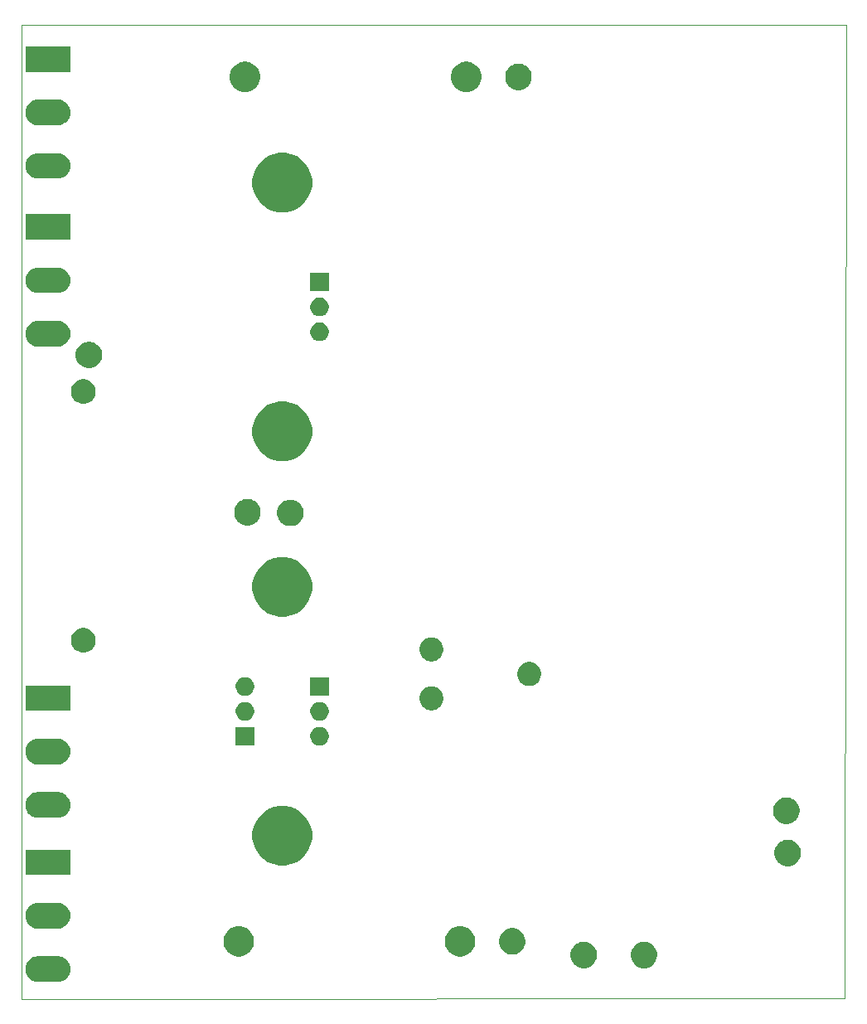
<source format=gbs>
%TF.GenerationSoftware,KiCad,Pcbnew,5.1.5-52549c5~84~ubuntu18.04.1*%
%TF.CreationDate,2020-03-16T18:49:37+13:00*%
%TF.ProjectId,Trimodal SMD,5472696d-6f64-4616-9c20-534d442e6b69,rev?*%
%TF.SameCoordinates,Original*%
%TF.FileFunction,Soldermask,Bot*%
%TF.FilePolarity,Negative*%
%FSLAX46Y46*%
G04 Gerber Fmt 4.6, Leading zero omitted, Abs format (unit mm)*
G04 Created by KiCad (PCBNEW 5.1.5-52549c5~84~ubuntu18.04.1) date 2020-03-16 18:49:37*
%MOMM*%
%LPD*%
G04 APERTURE LIST*
%ADD10C,0.100000*%
%ADD11C,0.150000*%
G04 APERTURE END LIST*
D10*
X146494500Y-32131000D02*
X146367500Y-131572000D01*
X62230000Y-32194500D02*
X146494500Y-32131000D01*
X62293500Y-131635500D02*
X62230000Y-32194500D01*
X146367500Y-131572000D02*
X62293500Y-131635500D01*
D11*
G36*
X66119972Y-127273912D02*
G01*
X66215540Y-127283325D01*
X66460780Y-127357718D01*
X66686794Y-127478525D01*
X66738399Y-127520876D01*
X66884897Y-127641103D01*
X66988165Y-127766937D01*
X67047475Y-127839206D01*
X67168282Y-128065220D01*
X67242675Y-128310460D01*
X67267794Y-128565500D01*
X67242675Y-128820540D01*
X67168282Y-129065780D01*
X67047475Y-129291794D01*
X67005124Y-129343399D01*
X66884897Y-129489897D01*
X66738399Y-129610124D01*
X66686794Y-129652475D01*
X66460780Y-129773282D01*
X66215540Y-129847675D01*
X66119973Y-129857087D01*
X66024406Y-129866500D01*
X63896594Y-129866500D01*
X63801027Y-129857087D01*
X63705460Y-129847675D01*
X63460220Y-129773282D01*
X63234206Y-129652475D01*
X63182601Y-129610124D01*
X63036103Y-129489897D01*
X62915876Y-129343399D01*
X62873525Y-129291794D01*
X62752718Y-129065780D01*
X62678325Y-128820540D01*
X62653206Y-128565500D01*
X62678325Y-128310460D01*
X62752718Y-128065220D01*
X62873525Y-127839206D01*
X62932835Y-127766937D01*
X63036103Y-127641103D01*
X63182601Y-127520876D01*
X63234206Y-127478525D01*
X63460220Y-127357718D01*
X63705460Y-127283325D01*
X63801028Y-127273912D01*
X63896594Y-127264500D01*
X66024406Y-127264500D01*
X66119972Y-127273912D01*
G37*
G36*
X126251072Y-125827918D02*
G01*
X126383476Y-125882761D01*
X126496939Y-125929759D01*
X126608328Y-126004187D01*
X126718211Y-126077609D01*
X126906391Y-126265789D01*
X127054242Y-126487063D01*
X127156082Y-126732928D01*
X127194734Y-126927242D01*
X127208000Y-126993938D01*
X127208000Y-127260062D01*
X127156082Y-127521072D01*
X127054241Y-127766939D01*
X126906390Y-127988212D01*
X126718212Y-128176390D01*
X126496939Y-128324241D01*
X126496938Y-128324242D01*
X126496937Y-128324242D01*
X126251072Y-128426082D01*
X125990063Y-128478000D01*
X125723937Y-128478000D01*
X125462928Y-128426082D01*
X125217063Y-128324242D01*
X125217062Y-128324242D01*
X125217061Y-128324241D01*
X124995788Y-128176390D01*
X124807610Y-127988212D01*
X124659759Y-127766939D01*
X124557918Y-127521072D01*
X124506000Y-127260062D01*
X124506000Y-126993938D01*
X124519267Y-126927242D01*
X124557918Y-126732928D01*
X124659758Y-126487063D01*
X124807609Y-126265789D01*
X124995789Y-126077609D01*
X125105672Y-126004187D01*
X125217061Y-125929759D01*
X125330525Y-125882761D01*
X125462928Y-125827918D01*
X125723937Y-125776000D01*
X125990063Y-125776000D01*
X126251072Y-125827918D01*
G37*
G36*
X120091572Y-125827918D02*
G01*
X120223976Y-125882761D01*
X120337439Y-125929759D01*
X120448828Y-126004187D01*
X120558711Y-126077609D01*
X120746891Y-126265789D01*
X120894742Y-126487063D01*
X120996582Y-126732928D01*
X121035234Y-126927242D01*
X121048500Y-126993938D01*
X121048500Y-127260062D01*
X120996582Y-127521072D01*
X120894741Y-127766939D01*
X120746890Y-127988212D01*
X120558712Y-128176390D01*
X120337439Y-128324241D01*
X120337438Y-128324242D01*
X120337437Y-128324242D01*
X120091572Y-128426082D01*
X119830563Y-128478000D01*
X119564437Y-128478000D01*
X119303428Y-128426082D01*
X119057563Y-128324242D01*
X119057562Y-128324242D01*
X119057561Y-128324241D01*
X118836288Y-128176390D01*
X118648110Y-127988212D01*
X118500259Y-127766939D01*
X118398418Y-127521072D01*
X118346500Y-127260062D01*
X118346500Y-126993938D01*
X118359767Y-126927242D01*
X118398418Y-126732928D01*
X118500258Y-126487063D01*
X118648109Y-126265789D01*
X118836289Y-126077609D01*
X118946172Y-126004187D01*
X119057561Y-125929759D01*
X119171025Y-125882761D01*
X119303428Y-125827918D01*
X119564437Y-125776000D01*
X119830563Y-125776000D01*
X120091572Y-125827918D01*
G37*
G36*
X107325777Y-124202475D02*
G01*
X107507410Y-124238604D01*
X107789674Y-124355521D01*
X108043705Y-124525259D01*
X108259741Y-124741295D01*
X108429479Y-124995326D01*
X108546396Y-125277590D01*
X108606000Y-125577240D01*
X108606000Y-125882760D01*
X108546396Y-126182410D01*
X108429479Y-126464674D01*
X108259741Y-126718705D01*
X108043705Y-126934741D01*
X107789674Y-127104479D01*
X107507410Y-127221396D01*
X107357585Y-127251198D01*
X107207761Y-127281000D01*
X106902239Y-127281000D01*
X106752415Y-127251198D01*
X106602590Y-127221396D01*
X106320326Y-127104479D01*
X106066295Y-126934741D01*
X105850259Y-126718705D01*
X105680521Y-126464674D01*
X105563604Y-126182410D01*
X105504000Y-125882760D01*
X105504000Y-125577240D01*
X105563604Y-125277590D01*
X105680521Y-124995326D01*
X105850259Y-124741295D01*
X106066295Y-124525259D01*
X106320326Y-124355521D01*
X106602590Y-124238604D01*
X106784223Y-124202475D01*
X106902239Y-124179000D01*
X107207761Y-124179000D01*
X107325777Y-124202475D01*
G37*
G36*
X84725777Y-124202475D02*
G01*
X84907410Y-124238604D01*
X85189674Y-124355521D01*
X85443705Y-124525259D01*
X85659741Y-124741295D01*
X85829479Y-124995326D01*
X85946396Y-125277590D01*
X86006000Y-125577240D01*
X86006000Y-125882760D01*
X85946396Y-126182410D01*
X85829479Y-126464674D01*
X85659741Y-126718705D01*
X85443705Y-126934741D01*
X85189674Y-127104479D01*
X84907410Y-127221396D01*
X84757585Y-127251198D01*
X84607761Y-127281000D01*
X84302239Y-127281000D01*
X84152415Y-127251198D01*
X84002590Y-127221396D01*
X83720326Y-127104479D01*
X83466295Y-126934741D01*
X83250259Y-126718705D01*
X83080521Y-126464674D01*
X82963604Y-126182410D01*
X82904000Y-125882760D01*
X82904000Y-125577240D01*
X82963604Y-125277590D01*
X83080521Y-124995326D01*
X83250259Y-124741295D01*
X83466295Y-124525259D01*
X83720326Y-124355521D01*
X84002590Y-124238604D01*
X84184223Y-124202475D01*
X84302239Y-124179000D01*
X84607761Y-124179000D01*
X84725777Y-124202475D01*
G37*
G36*
X112789072Y-124430918D02*
G01*
X113016833Y-124525259D01*
X113034939Y-124532759D01*
X113146328Y-124607187D01*
X113256211Y-124680609D01*
X113444391Y-124868789D01*
X113592242Y-125090063D01*
X113694082Y-125335928D01*
X113746000Y-125596937D01*
X113746000Y-125863063D01*
X113732733Y-125929759D01*
X113694082Y-126124072D01*
X113592241Y-126369939D01*
X113444390Y-126591212D01*
X113256212Y-126779390D01*
X113034939Y-126927241D01*
X113034938Y-126927242D01*
X113034937Y-126927242D01*
X112789072Y-127029082D01*
X112528063Y-127081000D01*
X112261937Y-127081000D01*
X112000928Y-127029082D01*
X111755063Y-126927242D01*
X111755062Y-126927242D01*
X111755061Y-126927241D01*
X111533788Y-126779390D01*
X111345610Y-126591212D01*
X111197759Y-126369939D01*
X111095918Y-126124072D01*
X111057267Y-125929759D01*
X111044000Y-125863063D01*
X111044000Y-125596937D01*
X111095918Y-125335928D01*
X111197758Y-125090063D01*
X111345609Y-124868789D01*
X111533789Y-124680609D01*
X111643672Y-124607187D01*
X111755061Y-124532759D01*
X111773168Y-124525259D01*
X112000928Y-124430918D01*
X112261937Y-124379000D01*
X112528063Y-124379000D01*
X112789072Y-124430918D01*
G37*
G36*
X66119973Y-121823913D02*
G01*
X66215540Y-121833325D01*
X66460780Y-121907718D01*
X66686794Y-122028525D01*
X66738399Y-122070876D01*
X66884897Y-122191103D01*
X67005124Y-122337601D01*
X67047475Y-122389206D01*
X67168282Y-122615220D01*
X67242675Y-122860460D01*
X67267794Y-123115500D01*
X67242675Y-123370540D01*
X67168282Y-123615780D01*
X67047475Y-123841794D01*
X67005124Y-123893399D01*
X66884897Y-124039897D01*
X66738399Y-124160124D01*
X66686794Y-124202475D01*
X66460780Y-124323282D01*
X66215540Y-124397675D01*
X66119973Y-124407087D01*
X66024406Y-124416500D01*
X63896594Y-124416500D01*
X63801027Y-124407087D01*
X63705460Y-124397675D01*
X63460220Y-124323282D01*
X63234206Y-124202475D01*
X63182601Y-124160124D01*
X63036103Y-124039897D01*
X62915876Y-123893399D01*
X62873525Y-123841794D01*
X62752718Y-123615780D01*
X62678325Y-123370540D01*
X62653206Y-123115500D01*
X62678325Y-122860460D01*
X62752718Y-122615220D01*
X62873525Y-122389206D01*
X62915876Y-122337601D01*
X63036103Y-122191103D01*
X63182601Y-122070876D01*
X63234206Y-122028525D01*
X63460220Y-121907718D01*
X63705460Y-121833325D01*
X63801027Y-121823913D01*
X63896594Y-121814500D01*
X66024406Y-121814500D01*
X66119973Y-121823913D01*
G37*
G36*
X67261500Y-118966500D02*
G01*
X62659500Y-118966500D01*
X62659500Y-116364500D01*
X67261500Y-116364500D01*
X67261500Y-118966500D01*
G37*
G36*
X140919572Y-115413918D02*
G01*
X141165439Y-115515759D01*
X141276828Y-115590187D01*
X141386711Y-115663609D01*
X141574891Y-115851789D01*
X141722742Y-116073063D01*
X141824582Y-116318928D01*
X141876500Y-116579937D01*
X141876500Y-116846063D01*
X141824582Y-117107072D01*
X141742654Y-117304866D01*
X141722741Y-117352939D01*
X141574890Y-117574212D01*
X141386712Y-117762390D01*
X141165439Y-117910241D01*
X141165438Y-117910242D01*
X141165437Y-117910242D01*
X140919572Y-118012082D01*
X140658563Y-118064000D01*
X140392437Y-118064000D01*
X140131428Y-118012082D01*
X139885563Y-117910242D01*
X139885562Y-117910242D01*
X139885561Y-117910241D01*
X139664288Y-117762390D01*
X139476110Y-117574212D01*
X139328259Y-117352939D01*
X139308347Y-117304866D01*
X139226418Y-117107072D01*
X139174500Y-116846063D01*
X139174500Y-116579937D01*
X139226418Y-116318928D01*
X139328258Y-116073063D01*
X139476109Y-115851789D01*
X139664289Y-115663609D01*
X139774172Y-115590187D01*
X139885561Y-115515759D01*
X140131428Y-115413918D01*
X140392437Y-115362000D01*
X140658563Y-115362000D01*
X140919572Y-115413918D01*
G37*
G36*
X89789943Y-112001248D02*
G01*
X90345189Y-112231238D01*
X90450762Y-112301780D01*
X90844899Y-112565134D01*
X91269866Y-112990101D01*
X91437948Y-113241653D01*
X91603762Y-113489811D01*
X91833752Y-114045057D01*
X91951000Y-114634501D01*
X91951000Y-115235499D01*
X91833752Y-115824943D01*
X91603762Y-116380189D01*
X91603761Y-116380190D01*
X91269866Y-116879899D01*
X90844899Y-117304866D01*
X90593347Y-117472948D01*
X90345189Y-117638762D01*
X89789943Y-117868752D01*
X89200499Y-117986000D01*
X88599501Y-117986000D01*
X88010057Y-117868752D01*
X87454811Y-117638762D01*
X87206653Y-117472948D01*
X86955101Y-117304866D01*
X86530134Y-116879899D01*
X86196239Y-116380190D01*
X86196238Y-116380189D01*
X85966248Y-115824943D01*
X85849000Y-115235499D01*
X85849000Y-114634501D01*
X85966248Y-114045057D01*
X86196238Y-113489811D01*
X86362052Y-113241653D01*
X86530134Y-112990101D01*
X86955101Y-112565134D01*
X87349238Y-112301780D01*
X87454811Y-112231238D01*
X88010057Y-112001248D01*
X88599501Y-111884000D01*
X89200499Y-111884000D01*
X89789943Y-112001248D01*
G37*
G36*
X140688446Y-111075206D02*
G01*
X140792572Y-111095918D01*
X141038439Y-111197759D01*
X141149828Y-111272187D01*
X141259711Y-111345609D01*
X141447891Y-111533789D01*
X141595742Y-111755063D01*
X141697582Y-112000928D01*
X141749500Y-112261937D01*
X141749500Y-112528063D01*
X141697582Y-112789072D01*
X141606369Y-113009282D01*
X141595741Y-113034939D01*
X141447890Y-113256212D01*
X141259712Y-113444390D01*
X141038439Y-113592241D01*
X141038438Y-113592242D01*
X141038437Y-113592242D01*
X140792572Y-113694082D01*
X140531563Y-113746000D01*
X140265437Y-113746000D01*
X140004428Y-113694082D01*
X139758563Y-113592242D01*
X139758562Y-113592242D01*
X139758561Y-113592241D01*
X139537288Y-113444390D01*
X139349110Y-113256212D01*
X139201259Y-113034939D01*
X139190632Y-113009282D01*
X139099418Y-112789072D01*
X139047500Y-112528063D01*
X139047500Y-112261937D01*
X139099418Y-112000928D01*
X139201258Y-111755063D01*
X139349109Y-111533789D01*
X139537289Y-111345609D01*
X139647172Y-111272187D01*
X139758561Y-111197759D01*
X140004428Y-111095918D01*
X140108554Y-111075206D01*
X140265437Y-111044000D01*
X140531563Y-111044000D01*
X140688446Y-111075206D01*
G37*
G36*
X66119973Y-110509913D02*
G01*
X66215540Y-110519325D01*
X66460780Y-110593718D01*
X66686794Y-110714525D01*
X66738399Y-110756876D01*
X66884897Y-110877103D01*
X67005124Y-111023601D01*
X67047475Y-111075206D01*
X67168282Y-111301220D01*
X67242675Y-111546460D01*
X67267794Y-111801500D01*
X67242675Y-112056540D01*
X67168282Y-112301780D01*
X67047475Y-112527794D01*
X67016831Y-112565134D01*
X66884897Y-112725897D01*
X66738399Y-112846124D01*
X66686794Y-112888475D01*
X66460780Y-113009282D01*
X66215540Y-113083675D01*
X66119973Y-113093087D01*
X66024406Y-113102500D01*
X63896594Y-113102500D01*
X63801027Y-113093087D01*
X63705460Y-113083675D01*
X63460220Y-113009282D01*
X63234206Y-112888475D01*
X63182601Y-112846124D01*
X63036103Y-112725897D01*
X62904169Y-112565134D01*
X62873525Y-112527794D01*
X62752718Y-112301780D01*
X62678325Y-112056540D01*
X62653206Y-111801500D01*
X62678325Y-111546460D01*
X62752718Y-111301220D01*
X62873525Y-111075206D01*
X62915876Y-111023601D01*
X63036103Y-110877103D01*
X63182601Y-110756876D01*
X63234206Y-110714525D01*
X63460220Y-110593718D01*
X63705460Y-110519325D01*
X63801027Y-110509913D01*
X63896594Y-110500500D01*
X66024406Y-110500500D01*
X66119973Y-110509913D01*
G37*
G36*
X66043656Y-105052396D02*
G01*
X66215540Y-105069325D01*
X66460780Y-105143718D01*
X66686794Y-105264525D01*
X66738399Y-105306876D01*
X66884897Y-105427103D01*
X66955956Y-105513690D01*
X67047475Y-105625206D01*
X67168282Y-105851220D01*
X67242675Y-106096460D01*
X67267794Y-106351500D01*
X67242675Y-106606540D01*
X67168282Y-106851780D01*
X67047475Y-107077794D01*
X67005124Y-107129399D01*
X66884897Y-107275897D01*
X66738399Y-107396124D01*
X66686794Y-107438475D01*
X66460780Y-107559282D01*
X66215540Y-107633675D01*
X66119973Y-107643087D01*
X66024406Y-107652500D01*
X63896594Y-107652500D01*
X63801027Y-107643087D01*
X63705460Y-107633675D01*
X63460220Y-107559282D01*
X63234206Y-107438475D01*
X63182601Y-107396124D01*
X63036103Y-107275897D01*
X62915876Y-107129399D01*
X62873525Y-107077794D01*
X62752718Y-106851780D01*
X62678325Y-106606540D01*
X62653206Y-106351500D01*
X62678325Y-106096460D01*
X62752718Y-105851220D01*
X62873525Y-105625206D01*
X62965044Y-105513690D01*
X63036103Y-105427103D01*
X63182601Y-105306876D01*
X63234206Y-105264525D01*
X63460220Y-105143718D01*
X63705460Y-105069325D01*
X63877344Y-105052396D01*
X63896594Y-105050500D01*
X66024406Y-105050500D01*
X66043656Y-105052396D01*
G37*
G36*
X92987395Y-103860546D02*
G01*
X93160466Y-103932234D01*
X93160467Y-103932235D01*
X93316227Y-104036310D01*
X93448690Y-104168773D01*
X93448691Y-104168775D01*
X93552766Y-104324534D01*
X93624454Y-104497605D01*
X93661000Y-104681333D01*
X93661000Y-104868667D01*
X93624454Y-105052395D01*
X93552766Y-105225466D01*
X93501081Y-105302818D01*
X93448690Y-105381227D01*
X93316227Y-105513690D01*
X93237818Y-105566081D01*
X93160466Y-105617766D01*
X92987395Y-105689454D01*
X92803667Y-105726000D01*
X92616333Y-105726000D01*
X92432605Y-105689454D01*
X92259534Y-105617766D01*
X92182182Y-105566081D01*
X92103773Y-105513690D01*
X91971310Y-105381227D01*
X91918919Y-105302818D01*
X91867234Y-105225466D01*
X91795546Y-105052395D01*
X91759000Y-104868667D01*
X91759000Y-104681333D01*
X91795546Y-104497605D01*
X91867234Y-104324534D01*
X91971309Y-104168775D01*
X91971310Y-104168773D01*
X92103773Y-104036310D01*
X92259533Y-103932235D01*
X92259534Y-103932234D01*
X92432605Y-103860546D01*
X92616333Y-103824000D01*
X92803667Y-103824000D01*
X92987395Y-103860546D01*
G37*
G36*
X86041000Y-105726000D02*
G01*
X84139000Y-105726000D01*
X84139000Y-103824000D01*
X86041000Y-103824000D01*
X86041000Y-105726000D01*
G37*
G36*
X85367395Y-101320546D02*
G01*
X85540466Y-101392234D01*
X85540467Y-101392235D01*
X85696227Y-101496310D01*
X85828690Y-101628773D01*
X85828691Y-101628775D01*
X85932766Y-101784534D01*
X86004454Y-101957605D01*
X86041000Y-102141333D01*
X86041000Y-102328667D01*
X86004454Y-102512395D01*
X85932766Y-102685466D01*
X85932765Y-102685467D01*
X85828690Y-102841227D01*
X85696227Y-102973690D01*
X85617818Y-103026081D01*
X85540466Y-103077766D01*
X85367395Y-103149454D01*
X85183667Y-103186000D01*
X84996333Y-103186000D01*
X84812605Y-103149454D01*
X84639534Y-103077766D01*
X84562182Y-103026081D01*
X84483773Y-102973690D01*
X84351310Y-102841227D01*
X84247235Y-102685467D01*
X84247234Y-102685466D01*
X84175546Y-102512395D01*
X84139000Y-102328667D01*
X84139000Y-102141333D01*
X84175546Y-101957605D01*
X84247234Y-101784534D01*
X84351309Y-101628775D01*
X84351310Y-101628773D01*
X84483773Y-101496310D01*
X84639533Y-101392235D01*
X84639534Y-101392234D01*
X84812605Y-101320546D01*
X84996333Y-101284000D01*
X85183667Y-101284000D01*
X85367395Y-101320546D01*
G37*
G36*
X92987395Y-101320546D02*
G01*
X93160466Y-101392234D01*
X93160467Y-101392235D01*
X93316227Y-101496310D01*
X93448690Y-101628773D01*
X93448691Y-101628775D01*
X93552766Y-101784534D01*
X93624454Y-101957605D01*
X93661000Y-102141333D01*
X93661000Y-102328667D01*
X93624454Y-102512395D01*
X93552766Y-102685466D01*
X93552765Y-102685467D01*
X93448690Y-102841227D01*
X93316227Y-102973690D01*
X93237818Y-103026081D01*
X93160466Y-103077766D01*
X92987395Y-103149454D01*
X92803667Y-103186000D01*
X92616333Y-103186000D01*
X92432605Y-103149454D01*
X92259534Y-103077766D01*
X92182182Y-103026081D01*
X92103773Y-102973690D01*
X91971310Y-102841227D01*
X91867235Y-102685467D01*
X91867234Y-102685466D01*
X91795546Y-102512395D01*
X91759000Y-102328667D01*
X91759000Y-102141333D01*
X91795546Y-101957605D01*
X91867234Y-101784534D01*
X91971309Y-101628775D01*
X91971310Y-101628773D01*
X92103773Y-101496310D01*
X92259533Y-101392235D01*
X92259534Y-101392234D01*
X92432605Y-101320546D01*
X92616333Y-101284000D01*
X92803667Y-101284000D01*
X92987395Y-101320546D01*
G37*
G36*
X67261500Y-102202500D02*
G01*
X62659500Y-102202500D01*
X62659500Y-99600500D01*
X67261500Y-99600500D01*
X67261500Y-102202500D01*
G37*
G36*
X104378205Y-99727461D02*
G01*
X104496153Y-99750922D01*
X104587272Y-99788665D01*
X104718359Y-99842963D01*
X104918342Y-99976587D01*
X105088413Y-100146658D01*
X105222037Y-100346641D01*
X105258094Y-100433690D01*
X105314078Y-100568847D01*
X105361000Y-100804742D01*
X105361000Y-101045258D01*
X105314078Y-101281153D01*
X105297760Y-101320547D01*
X105222037Y-101503359D01*
X105088413Y-101703342D01*
X104918342Y-101873413D01*
X104718359Y-102007037D01*
X104588194Y-102060953D01*
X104496153Y-102099078D01*
X104378205Y-102122539D01*
X104260259Y-102146000D01*
X104019741Y-102146000D01*
X103901795Y-102122539D01*
X103783847Y-102099078D01*
X103691806Y-102060953D01*
X103561641Y-102007037D01*
X103361658Y-101873413D01*
X103191587Y-101703342D01*
X103057963Y-101503359D01*
X102982240Y-101320547D01*
X102965922Y-101281153D01*
X102919000Y-101045258D01*
X102919000Y-100804742D01*
X102965922Y-100568847D01*
X103021906Y-100433690D01*
X103057963Y-100346641D01*
X103191587Y-100146658D01*
X103361658Y-99976587D01*
X103561641Y-99842963D01*
X103692728Y-99788665D01*
X103783847Y-99750922D01*
X103901795Y-99727461D01*
X104019741Y-99704000D01*
X104260259Y-99704000D01*
X104378205Y-99727461D01*
G37*
G36*
X85367395Y-98780546D02*
G01*
X85540466Y-98852234D01*
X85540467Y-98852235D01*
X85696227Y-98956310D01*
X85828690Y-99088773D01*
X85828691Y-99088775D01*
X85932766Y-99244534D01*
X86004454Y-99417605D01*
X86041000Y-99601333D01*
X86041000Y-99788667D01*
X86004454Y-99972395D01*
X85932766Y-100145466D01*
X85881081Y-100222818D01*
X85828690Y-100301227D01*
X85696227Y-100433690D01*
X85617818Y-100486081D01*
X85540466Y-100537766D01*
X85367395Y-100609454D01*
X85183667Y-100646000D01*
X84996333Y-100646000D01*
X84812605Y-100609454D01*
X84639534Y-100537766D01*
X84562182Y-100486081D01*
X84483773Y-100433690D01*
X84351310Y-100301227D01*
X84298919Y-100222818D01*
X84247234Y-100145466D01*
X84175546Y-99972395D01*
X84139000Y-99788667D01*
X84139000Y-99601333D01*
X84175546Y-99417605D01*
X84247234Y-99244534D01*
X84351309Y-99088775D01*
X84351310Y-99088773D01*
X84483773Y-98956310D01*
X84639533Y-98852235D01*
X84639534Y-98852234D01*
X84812605Y-98780546D01*
X84996333Y-98744000D01*
X85183667Y-98744000D01*
X85367395Y-98780546D01*
G37*
G36*
X93661000Y-100646000D02*
G01*
X91759000Y-100646000D01*
X91759000Y-98744000D01*
X93661000Y-98744000D01*
X93661000Y-100646000D01*
G37*
G36*
X114496153Y-97250922D02*
G01*
X114588194Y-97289047D01*
X114718359Y-97342963D01*
X114918342Y-97476587D01*
X115088413Y-97646658D01*
X115222037Y-97846641D01*
X115275953Y-97976806D01*
X115314078Y-98068847D01*
X115361000Y-98304742D01*
X115361000Y-98545258D01*
X115314199Y-98780547D01*
X115314078Y-98781152D01*
X115222037Y-99003359D01*
X115088413Y-99203342D01*
X114918342Y-99373413D01*
X114718359Y-99507037D01*
X114588194Y-99560953D01*
X114496153Y-99599078D01*
X114260259Y-99646000D01*
X114019741Y-99646000D01*
X113901795Y-99622539D01*
X113783847Y-99599078D01*
X113691806Y-99560953D01*
X113561641Y-99507037D01*
X113361658Y-99373413D01*
X113191587Y-99203342D01*
X113057963Y-99003359D01*
X112965922Y-98781152D01*
X112965802Y-98780547D01*
X112919000Y-98545258D01*
X112919000Y-98304742D01*
X112965922Y-98068847D01*
X113004047Y-97976806D01*
X113057963Y-97846641D01*
X113191587Y-97646658D01*
X113361658Y-97476587D01*
X113561641Y-97342963D01*
X113691806Y-97289047D01*
X113783847Y-97250922D01*
X114019741Y-97204000D01*
X114260259Y-97204000D01*
X114496153Y-97250922D01*
G37*
G36*
X104378205Y-94727461D02*
G01*
X104496153Y-94750922D01*
X104588194Y-94789047D01*
X104718359Y-94842963D01*
X104918342Y-94976587D01*
X105088413Y-95146658D01*
X105222037Y-95346641D01*
X105314078Y-95568848D01*
X105361000Y-95804741D01*
X105361000Y-96045259D01*
X105314078Y-96281152D01*
X105222037Y-96503359D01*
X105088413Y-96703342D01*
X104918342Y-96873413D01*
X104718359Y-97007037D01*
X104588194Y-97060953D01*
X104496153Y-97099078D01*
X104378205Y-97122539D01*
X104260259Y-97146000D01*
X104019741Y-97146000D01*
X103901795Y-97122539D01*
X103783847Y-97099078D01*
X103691806Y-97060953D01*
X103561641Y-97007037D01*
X103361658Y-96873413D01*
X103191587Y-96703342D01*
X103057963Y-96503359D01*
X102965922Y-96281152D01*
X102919000Y-96045259D01*
X102919000Y-95804741D01*
X102965922Y-95568848D01*
X103057963Y-95346641D01*
X103191587Y-95146658D01*
X103361658Y-94976587D01*
X103561641Y-94842963D01*
X103691806Y-94789047D01*
X103783847Y-94750922D01*
X103901795Y-94727461D01*
X104019741Y-94704000D01*
X104260259Y-94704000D01*
X104378205Y-94727461D01*
G37*
G36*
X68944903Y-93793075D02*
G01*
X69172571Y-93887378D01*
X69377466Y-94024285D01*
X69551715Y-94198534D01*
X69688622Y-94403429D01*
X69782925Y-94631097D01*
X69831000Y-94872787D01*
X69831000Y-95119213D01*
X69782925Y-95360903D01*
X69688622Y-95588571D01*
X69551715Y-95793466D01*
X69377466Y-95967715D01*
X69172571Y-96104622D01*
X69172570Y-96104623D01*
X69172569Y-96104623D01*
X68944903Y-96198925D01*
X68703214Y-96247000D01*
X68456786Y-96247000D01*
X68215097Y-96198925D01*
X67987431Y-96104623D01*
X67987430Y-96104623D01*
X67987429Y-96104622D01*
X67782534Y-95967715D01*
X67608285Y-95793466D01*
X67471378Y-95588571D01*
X67377075Y-95360903D01*
X67329000Y-95119213D01*
X67329000Y-94872787D01*
X67377075Y-94631097D01*
X67471378Y-94403429D01*
X67608285Y-94198534D01*
X67782534Y-94024285D01*
X67987429Y-93887378D01*
X68215097Y-93793075D01*
X68456786Y-93745000D01*
X68703214Y-93745000D01*
X68944903Y-93793075D01*
G37*
G36*
X89789943Y-86601248D02*
G01*
X90345189Y-86831238D01*
X90345190Y-86831239D01*
X90844899Y-87165134D01*
X91269866Y-87590101D01*
X91269867Y-87590103D01*
X91603762Y-88089811D01*
X91833752Y-88645057D01*
X91951000Y-89234501D01*
X91951000Y-89835499D01*
X91833752Y-90424943D01*
X91603762Y-90980189D01*
X91603761Y-90980190D01*
X91269866Y-91479899D01*
X90844899Y-91904866D01*
X90593347Y-92072948D01*
X90345189Y-92238762D01*
X89789943Y-92468752D01*
X89200499Y-92586000D01*
X88599501Y-92586000D01*
X88010057Y-92468752D01*
X87454811Y-92238762D01*
X87206653Y-92072948D01*
X86955101Y-91904866D01*
X86530134Y-91479899D01*
X86196239Y-90980190D01*
X86196238Y-90980189D01*
X85966248Y-90424943D01*
X85849000Y-89835499D01*
X85849000Y-89234501D01*
X85966248Y-88645057D01*
X86196238Y-88089811D01*
X86530133Y-87590103D01*
X86530134Y-87590101D01*
X86955101Y-87165134D01*
X87454810Y-86831239D01*
X87454811Y-86831238D01*
X88010057Y-86601248D01*
X88599501Y-86484000D01*
X89200499Y-86484000D01*
X89789943Y-86601248D01*
G37*
G36*
X90119572Y-80679418D02*
G01*
X90212134Y-80717758D01*
X90365439Y-80781259D01*
X90476828Y-80855687D01*
X90586711Y-80929109D01*
X90774891Y-81117289D01*
X90922742Y-81338563D01*
X91024582Y-81584428D01*
X91076500Y-81845437D01*
X91076500Y-82111563D01*
X91024582Y-82372572D01*
X90949044Y-82554939D01*
X90922741Y-82618439D01*
X90774890Y-82839712D01*
X90586712Y-83027890D01*
X90365439Y-83175741D01*
X90365438Y-83175742D01*
X90365437Y-83175742D01*
X90119572Y-83277582D01*
X89858563Y-83329500D01*
X89592437Y-83329500D01*
X89331428Y-83277582D01*
X89085563Y-83175742D01*
X89085562Y-83175742D01*
X89085561Y-83175741D01*
X88864288Y-83027890D01*
X88676110Y-82839712D01*
X88528259Y-82618439D01*
X88501957Y-82554939D01*
X88426418Y-82372572D01*
X88374500Y-82111563D01*
X88374500Y-81845437D01*
X88426418Y-81584428D01*
X88528258Y-81338563D01*
X88676109Y-81117289D01*
X88864289Y-80929109D01*
X88974172Y-80855687D01*
X89085561Y-80781259D01*
X89238867Y-80717758D01*
X89331428Y-80679418D01*
X89592437Y-80627500D01*
X89858563Y-80627500D01*
X90119572Y-80679418D01*
G37*
G36*
X85738072Y-80615918D02*
G01*
X85983939Y-80717759D01*
X86078971Y-80781258D01*
X86205211Y-80865609D01*
X86393391Y-81053789D01*
X86541242Y-81275063D01*
X86567544Y-81338563D01*
X86643082Y-81520928D01*
X86695000Y-81781938D01*
X86695000Y-82048062D01*
X86643082Y-82309072D01*
X86541241Y-82554939D01*
X86393390Y-82776212D01*
X86205212Y-82964390D01*
X85983939Y-83112241D01*
X85983938Y-83112242D01*
X85983937Y-83112242D01*
X85738072Y-83214082D01*
X85477063Y-83266000D01*
X85210937Y-83266000D01*
X84949928Y-83214082D01*
X84704063Y-83112242D01*
X84704062Y-83112242D01*
X84704061Y-83112241D01*
X84482788Y-82964390D01*
X84294610Y-82776212D01*
X84146759Y-82554939D01*
X84044918Y-82309072D01*
X83993000Y-82048062D01*
X83993000Y-81781938D01*
X84044918Y-81520928D01*
X84120456Y-81338563D01*
X84146758Y-81275063D01*
X84294609Y-81053789D01*
X84482789Y-80865609D01*
X84609029Y-80781258D01*
X84704061Y-80717759D01*
X84949928Y-80615918D01*
X85210937Y-80564000D01*
X85477063Y-80564000D01*
X85738072Y-80615918D01*
G37*
G36*
X89789943Y-70726248D02*
G01*
X90345189Y-70956238D01*
X90345190Y-70956239D01*
X90844899Y-71290134D01*
X91269866Y-71715101D01*
X91269867Y-71715103D01*
X91603762Y-72214811D01*
X91833752Y-72770057D01*
X91951000Y-73359501D01*
X91951000Y-73960499D01*
X91833752Y-74549943D01*
X91603762Y-75105189D01*
X91603761Y-75105190D01*
X91269866Y-75604899D01*
X90844899Y-76029866D01*
X90593347Y-76197948D01*
X90345189Y-76363762D01*
X89789943Y-76593752D01*
X89200499Y-76711000D01*
X88599501Y-76711000D01*
X88010057Y-76593752D01*
X87454811Y-76363762D01*
X87206653Y-76197948D01*
X86955101Y-76029866D01*
X86530134Y-75604899D01*
X86196239Y-75105190D01*
X86196238Y-75105189D01*
X85966248Y-74549943D01*
X85849000Y-73960499D01*
X85849000Y-73359501D01*
X85966248Y-72770057D01*
X86196238Y-72214811D01*
X86530133Y-71715103D01*
X86530134Y-71715101D01*
X86955101Y-71290134D01*
X87454810Y-70956239D01*
X87454811Y-70956238D01*
X88010057Y-70726248D01*
X88599501Y-70609000D01*
X89200499Y-70609000D01*
X89789943Y-70726248D01*
G37*
G36*
X68944903Y-68393075D02*
G01*
X69172571Y-68487378D01*
X69377466Y-68624285D01*
X69551715Y-68798534D01*
X69688622Y-69003429D01*
X69782925Y-69231097D01*
X69831000Y-69472787D01*
X69831000Y-69719213D01*
X69782925Y-69960903D01*
X69688622Y-70188571D01*
X69551715Y-70393466D01*
X69377466Y-70567715D01*
X69172571Y-70704622D01*
X69172570Y-70704623D01*
X69172569Y-70704623D01*
X68944903Y-70798925D01*
X68703214Y-70847000D01*
X68456786Y-70847000D01*
X68215097Y-70798925D01*
X67987431Y-70704623D01*
X67987430Y-70704623D01*
X67987429Y-70704622D01*
X67782534Y-70567715D01*
X67608285Y-70393466D01*
X67471378Y-70188571D01*
X67377075Y-69960903D01*
X67329000Y-69719213D01*
X67329000Y-69472787D01*
X67377075Y-69231097D01*
X67471378Y-69003429D01*
X67608285Y-68798534D01*
X67782534Y-68624285D01*
X67987429Y-68487378D01*
X68215097Y-68393075D01*
X68456786Y-68345000D01*
X68703214Y-68345000D01*
X68944903Y-68393075D01*
G37*
G36*
X69545572Y-64550418D02*
G01*
X69701237Y-64614896D01*
X69791439Y-64652259D01*
X69902828Y-64726687D01*
X70012711Y-64800109D01*
X70200891Y-64988289D01*
X70274313Y-65098172D01*
X70348741Y-65209561D01*
X70450582Y-65455428D01*
X70502500Y-65716438D01*
X70502500Y-65982562D01*
X70450582Y-66243572D01*
X70348741Y-66489439D01*
X70200890Y-66710712D01*
X70012712Y-66898890D01*
X69791439Y-67046741D01*
X69791438Y-67046742D01*
X69791437Y-67046742D01*
X69545572Y-67148582D01*
X69284563Y-67200500D01*
X69018437Y-67200500D01*
X68757428Y-67148582D01*
X68511563Y-67046742D01*
X68511562Y-67046742D01*
X68511561Y-67046741D01*
X68290288Y-66898890D01*
X68102110Y-66710712D01*
X67954259Y-66489439D01*
X67852418Y-66243572D01*
X67800500Y-65982562D01*
X67800500Y-65716438D01*
X67852418Y-65455428D01*
X67954259Y-65209561D01*
X68028687Y-65098172D01*
X68102109Y-64988289D01*
X68290289Y-64800109D01*
X68400172Y-64726687D01*
X68511561Y-64652259D01*
X68601764Y-64614896D01*
X68757428Y-64550418D01*
X69018437Y-64498500D01*
X69284563Y-64498500D01*
X69545572Y-64550418D01*
G37*
G36*
X66119973Y-62398913D02*
G01*
X66215540Y-62408325D01*
X66460780Y-62482718D01*
X66686794Y-62603525D01*
X66738399Y-62645876D01*
X66884897Y-62766103D01*
X67005124Y-62912601D01*
X67047475Y-62964206D01*
X67168282Y-63190220D01*
X67242675Y-63435460D01*
X67267794Y-63690500D01*
X67242675Y-63945540D01*
X67168282Y-64190780D01*
X67047475Y-64416794D01*
X67005124Y-64468399D01*
X66884897Y-64614897D01*
X66738399Y-64735124D01*
X66686794Y-64777475D01*
X66460780Y-64898282D01*
X66215540Y-64972675D01*
X66119973Y-64982087D01*
X66024406Y-64991500D01*
X63896594Y-64991500D01*
X63801027Y-64982087D01*
X63705460Y-64972675D01*
X63460220Y-64898282D01*
X63234206Y-64777475D01*
X63182601Y-64735124D01*
X63036103Y-64614897D01*
X62915876Y-64468399D01*
X62873525Y-64416794D01*
X62752718Y-64190780D01*
X62678325Y-63945540D01*
X62653206Y-63690500D01*
X62678325Y-63435460D01*
X62752718Y-63190220D01*
X62873525Y-62964206D01*
X62915876Y-62912601D01*
X63036103Y-62766103D01*
X63182601Y-62645876D01*
X63234206Y-62603525D01*
X63460220Y-62482718D01*
X63705460Y-62408325D01*
X63801027Y-62398913D01*
X63896594Y-62389500D01*
X66024406Y-62389500D01*
X66119973Y-62398913D01*
G37*
G36*
X92987395Y-62585546D02*
G01*
X93160466Y-62657234D01*
X93160467Y-62657235D01*
X93316227Y-62761310D01*
X93448690Y-62893773D01*
X93448691Y-62893775D01*
X93552766Y-63049534D01*
X93624454Y-63222605D01*
X93661000Y-63406333D01*
X93661000Y-63593667D01*
X93624454Y-63777395D01*
X93552766Y-63950466D01*
X93552765Y-63950467D01*
X93448690Y-64106227D01*
X93316227Y-64238690D01*
X93237818Y-64291081D01*
X93160466Y-64342766D01*
X92987395Y-64414454D01*
X92803667Y-64451000D01*
X92616333Y-64451000D01*
X92432605Y-64414454D01*
X92259534Y-64342766D01*
X92182182Y-64291081D01*
X92103773Y-64238690D01*
X91971310Y-64106227D01*
X91867235Y-63950467D01*
X91867234Y-63950466D01*
X91795546Y-63777395D01*
X91759000Y-63593667D01*
X91759000Y-63406333D01*
X91795546Y-63222605D01*
X91867234Y-63049534D01*
X91971309Y-62893775D01*
X91971310Y-62893773D01*
X92103773Y-62761310D01*
X92259533Y-62657235D01*
X92259534Y-62657234D01*
X92432605Y-62585546D01*
X92616333Y-62549000D01*
X92803667Y-62549000D01*
X92987395Y-62585546D01*
G37*
G36*
X92987395Y-60045546D02*
G01*
X93160466Y-60117234D01*
X93160467Y-60117235D01*
X93316227Y-60221310D01*
X93448690Y-60353773D01*
X93448691Y-60353775D01*
X93552766Y-60509534D01*
X93624454Y-60682605D01*
X93661000Y-60866333D01*
X93661000Y-61053667D01*
X93624454Y-61237395D01*
X93552766Y-61410466D01*
X93552765Y-61410467D01*
X93448690Y-61566227D01*
X93316227Y-61698690D01*
X93237818Y-61751081D01*
X93160466Y-61802766D01*
X92987395Y-61874454D01*
X92803667Y-61911000D01*
X92616333Y-61911000D01*
X92432605Y-61874454D01*
X92259534Y-61802766D01*
X92182182Y-61751081D01*
X92103773Y-61698690D01*
X91971310Y-61566227D01*
X91867235Y-61410467D01*
X91867234Y-61410466D01*
X91795546Y-61237395D01*
X91759000Y-61053667D01*
X91759000Y-60866333D01*
X91795546Y-60682605D01*
X91867234Y-60509534D01*
X91971309Y-60353775D01*
X91971310Y-60353773D01*
X92103773Y-60221310D01*
X92259533Y-60117235D01*
X92259534Y-60117234D01*
X92432605Y-60045546D01*
X92616333Y-60009000D01*
X92803667Y-60009000D01*
X92987395Y-60045546D01*
G37*
G36*
X66119973Y-56948913D02*
G01*
X66215540Y-56958325D01*
X66460780Y-57032718D01*
X66686794Y-57153525D01*
X66738399Y-57195876D01*
X66884897Y-57316103D01*
X67005124Y-57462601D01*
X67047475Y-57514206D01*
X67168282Y-57740220D01*
X67242675Y-57985460D01*
X67267794Y-58240500D01*
X67242675Y-58495540D01*
X67168282Y-58740780D01*
X67047475Y-58966794D01*
X67005124Y-59018399D01*
X66884897Y-59164897D01*
X66738399Y-59285124D01*
X66686794Y-59327475D01*
X66460780Y-59448282D01*
X66215540Y-59522675D01*
X66119972Y-59532088D01*
X66024406Y-59541500D01*
X63896594Y-59541500D01*
X63801028Y-59532088D01*
X63705460Y-59522675D01*
X63460220Y-59448282D01*
X63234206Y-59327475D01*
X63182601Y-59285124D01*
X63036103Y-59164897D01*
X62915876Y-59018399D01*
X62873525Y-58966794D01*
X62752718Y-58740780D01*
X62678325Y-58495540D01*
X62653206Y-58240500D01*
X62678325Y-57985460D01*
X62752718Y-57740220D01*
X62873525Y-57514206D01*
X62915876Y-57462601D01*
X63036103Y-57316103D01*
X63182601Y-57195876D01*
X63234206Y-57153525D01*
X63460220Y-57032718D01*
X63705460Y-56958325D01*
X63801027Y-56948913D01*
X63896594Y-56939500D01*
X66024406Y-56939500D01*
X66119973Y-56948913D01*
G37*
G36*
X93661000Y-59371000D02*
G01*
X91759000Y-59371000D01*
X91759000Y-57469000D01*
X93661000Y-57469000D01*
X93661000Y-59371000D01*
G37*
G36*
X67261500Y-54091500D02*
G01*
X62659500Y-54091500D01*
X62659500Y-51489500D01*
X67261500Y-51489500D01*
X67261500Y-54091500D01*
G37*
G36*
X89789943Y-45326248D02*
G01*
X90345189Y-45556238D01*
X90593347Y-45722052D01*
X90844899Y-45890134D01*
X91269866Y-46315101D01*
X91269867Y-46315103D01*
X91603762Y-46814811D01*
X91833752Y-47370057D01*
X91951000Y-47959501D01*
X91951000Y-48560499D01*
X91833752Y-49149943D01*
X91603762Y-49705189D01*
X91603761Y-49705190D01*
X91269866Y-50204899D01*
X90844899Y-50629866D01*
X90593347Y-50797948D01*
X90345189Y-50963762D01*
X89789943Y-51193752D01*
X89200499Y-51311000D01*
X88599501Y-51311000D01*
X88010057Y-51193752D01*
X87454811Y-50963762D01*
X87206653Y-50797948D01*
X86955101Y-50629866D01*
X86530134Y-50204899D01*
X86196239Y-49705190D01*
X86196238Y-49705189D01*
X85966248Y-49149943D01*
X85849000Y-48560499D01*
X85849000Y-47959501D01*
X85966248Y-47370057D01*
X86196238Y-46814811D01*
X86530133Y-46315103D01*
X86530134Y-46315101D01*
X86955101Y-45890134D01*
X87206653Y-45722052D01*
X87454811Y-45556238D01*
X88010057Y-45326248D01*
X88599501Y-45209000D01*
X89200499Y-45209000D01*
X89789943Y-45326248D01*
G37*
G36*
X66119972Y-45253912D02*
G01*
X66215540Y-45263325D01*
X66460780Y-45337718D01*
X66686794Y-45458525D01*
X66738399Y-45500876D01*
X66884897Y-45621103D01*
X67005124Y-45767601D01*
X67047475Y-45819206D01*
X67168282Y-46045220D01*
X67242675Y-46290460D01*
X67267794Y-46545500D01*
X67242675Y-46800540D01*
X67168282Y-47045780D01*
X67047475Y-47271794D01*
X67005124Y-47323399D01*
X66884897Y-47469897D01*
X66738399Y-47590124D01*
X66686794Y-47632475D01*
X66460780Y-47753282D01*
X66215540Y-47827675D01*
X66119973Y-47837087D01*
X66024406Y-47846500D01*
X63896594Y-47846500D01*
X63801028Y-47837088D01*
X63705460Y-47827675D01*
X63460220Y-47753282D01*
X63234206Y-47632475D01*
X63182601Y-47590124D01*
X63036103Y-47469897D01*
X62915876Y-47323399D01*
X62873525Y-47271794D01*
X62752718Y-47045780D01*
X62678325Y-46800540D01*
X62653206Y-46545500D01*
X62678325Y-46290460D01*
X62752718Y-46045220D01*
X62873525Y-45819206D01*
X62915876Y-45767601D01*
X63036103Y-45621103D01*
X63182601Y-45500876D01*
X63234206Y-45458525D01*
X63460220Y-45337718D01*
X63705460Y-45263325D01*
X63801028Y-45253912D01*
X63896594Y-45244500D01*
X66024406Y-45244500D01*
X66119972Y-45253912D01*
G37*
G36*
X66119972Y-39803912D02*
G01*
X66215540Y-39813325D01*
X66460780Y-39887718D01*
X66686794Y-40008525D01*
X66738399Y-40050876D01*
X66884897Y-40171103D01*
X67005124Y-40317601D01*
X67047475Y-40369206D01*
X67168282Y-40595220D01*
X67242675Y-40840460D01*
X67267794Y-41095500D01*
X67242675Y-41350540D01*
X67168282Y-41595780D01*
X67047475Y-41821794D01*
X67005124Y-41873399D01*
X66884897Y-42019897D01*
X66738399Y-42140124D01*
X66686794Y-42182475D01*
X66460780Y-42303282D01*
X66215540Y-42377675D01*
X66119973Y-42387087D01*
X66024406Y-42396500D01*
X63896594Y-42396500D01*
X63801027Y-42387087D01*
X63705460Y-42377675D01*
X63460220Y-42303282D01*
X63234206Y-42182475D01*
X63182601Y-42140124D01*
X63036103Y-42019897D01*
X62915876Y-41873399D01*
X62873525Y-41821794D01*
X62752718Y-41595780D01*
X62678325Y-41350540D01*
X62653206Y-41095500D01*
X62678325Y-40840460D01*
X62752718Y-40595220D01*
X62873525Y-40369206D01*
X62915876Y-40317601D01*
X63036103Y-40171103D01*
X63182601Y-40050876D01*
X63234206Y-40008525D01*
X63460220Y-39887718D01*
X63705460Y-39813325D01*
X63801028Y-39803912D01*
X63896594Y-39794500D01*
X66024406Y-39794500D01*
X66119972Y-39803912D01*
G37*
G36*
X85392585Y-35943802D02*
G01*
X85542410Y-35973604D01*
X85824674Y-36090521D01*
X86078705Y-36260259D01*
X86294741Y-36476295D01*
X86464479Y-36730326D01*
X86581396Y-37012590D01*
X86641000Y-37312240D01*
X86641000Y-37617760D01*
X86581396Y-37917410D01*
X86464479Y-38199674D01*
X86294741Y-38453705D01*
X86078705Y-38669741D01*
X85824674Y-38839479D01*
X85542410Y-38956396D01*
X85392585Y-38986198D01*
X85242761Y-39016000D01*
X84937239Y-39016000D01*
X84787415Y-38986198D01*
X84637590Y-38956396D01*
X84355326Y-38839479D01*
X84101295Y-38669741D01*
X83885259Y-38453705D01*
X83715521Y-38199674D01*
X83598604Y-37917410D01*
X83539000Y-37617760D01*
X83539000Y-37312240D01*
X83598604Y-37012590D01*
X83715521Y-36730326D01*
X83885259Y-36476295D01*
X84101295Y-36260259D01*
X84355326Y-36090521D01*
X84637590Y-35973604D01*
X84787415Y-35943802D01*
X84937239Y-35914000D01*
X85242761Y-35914000D01*
X85392585Y-35943802D01*
G37*
G36*
X107992585Y-35943802D02*
G01*
X108142410Y-35973604D01*
X108424674Y-36090521D01*
X108678705Y-36260259D01*
X108894741Y-36476295D01*
X109064479Y-36730326D01*
X109181396Y-37012590D01*
X109241000Y-37312240D01*
X109241000Y-37617760D01*
X109181396Y-37917410D01*
X109064479Y-38199674D01*
X108894741Y-38453705D01*
X108678705Y-38669741D01*
X108424674Y-38839479D01*
X108142410Y-38956396D01*
X107992585Y-38986198D01*
X107842761Y-39016000D01*
X107537239Y-39016000D01*
X107387415Y-38986198D01*
X107237590Y-38956396D01*
X106955326Y-38839479D01*
X106701295Y-38669741D01*
X106485259Y-38453705D01*
X106315521Y-38199674D01*
X106198604Y-37917410D01*
X106139000Y-37617760D01*
X106139000Y-37312240D01*
X106198604Y-37012590D01*
X106315521Y-36730326D01*
X106485259Y-36476295D01*
X106701295Y-36260259D01*
X106955326Y-36090521D01*
X107237590Y-35973604D01*
X107387415Y-35943802D01*
X107537239Y-35914000D01*
X107842761Y-35914000D01*
X107992585Y-35943802D01*
G37*
G36*
X113424072Y-36165918D02*
G01*
X113651833Y-36260259D01*
X113669939Y-36267759D01*
X113781328Y-36342187D01*
X113891211Y-36415609D01*
X114079391Y-36603789D01*
X114227242Y-36825063D01*
X114304918Y-37012590D01*
X114329082Y-37070928D01*
X114381000Y-37331938D01*
X114381000Y-37598062D01*
X114329082Y-37859072D01*
X114227241Y-38104939D01*
X114079390Y-38326212D01*
X113891212Y-38514390D01*
X113669939Y-38662241D01*
X113669938Y-38662242D01*
X113669937Y-38662242D01*
X113424072Y-38764082D01*
X113163063Y-38816000D01*
X112896937Y-38816000D01*
X112635928Y-38764082D01*
X112390063Y-38662242D01*
X112390062Y-38662242D01*
X112390061Y-38662241D01*
X112168788Y-38514390D01*
X111980610Y-38326212D01*
X111832759Y-38104939D01*
X111730918Y-37859072D01*
X111679000Y-37598062D01*
X111679000Y-37331938D01*
X111730918Y-37070928D01*
X111755082Y-37012590D01*
X111832758Y-36825063D01*
X111980609Y-36603789D01*
X112168789Y-36415609D01*
X112278672Y-36342187D01*
X112390061Y-36267759D01*
X112408168Y-36260259D01*
X112635928Y-36165918D01*
X112896937Y-36114000D01*
X113163063Y-36114000D01*
X113424072Y-36165918D01*
G37*
G36*
X67261500Y-36946500D02*
G01*
X62659500Y-36946500D01*
X62659500Y-34344500D01*
X67261500Y-34344500D01*
X67261500Y-36946500D01*
G37*
M02*

</source>
